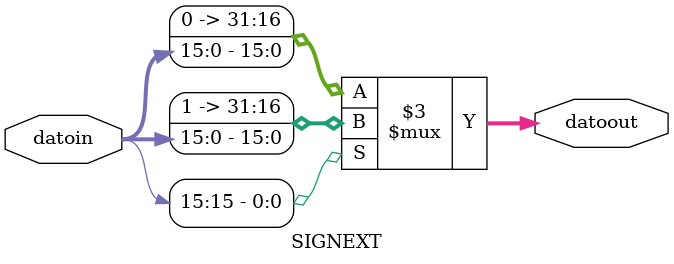
<source format=v>
module SIGNEXT(
	input [15:0] datoin,
	output reg [31:0] datoout
);

always@*
begin
	if(datoin[15])
	begin
		datoout={16'b1111111111111111,datoin};
	end
	else
	begin 
		datoout={16'b0000000000000000,datoin};
	end
	
end
endmodule
</source>
